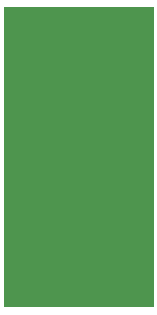
<source format=gts>
G04*
G04*
G04 Layer_Color=8388736*
%FSLAX25Y25*%
%MOIN*%
%SFA3.937B3.937*%
G70*
G04*
G04*
G04*
G04 #@! TF.FilePolarity,Negative*
G04*
G01*
G75*
%ADD10C,0.09068*%
%ADD11C,0.01587*%G36*
X0Y0D1*
X50000Y0D1*
X50000Y100000D1*
X0Y100000D1*
X0Y0D1*
G37*
M02*
</source>
